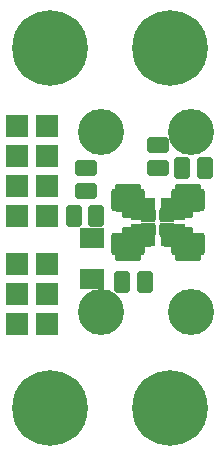
<source format=gbr>
%TF.GenerationSoftware,KiCad,Pcbnew,7.0.7-7.0.7~ubuntu23.04.1*%
%TF.CreationDate,2023-09-17T08:07:36+00:00*%
%TF.ProjectId,CLKGEN02,434c4b47-454e-4303-922e-6b696361645f,rev?*%
%TF.SameCoordinates,Original*%
%TF.FileFunction,Soldermask,Bot*%
%TF.FilePolarity,Negative*%
%FSLAX46Y46*%
G04 Gerber Fmt 4.6, Leading zero omitted, Abs format (unit mm)*
G04 Created by KiCad (PCBNEW 7.0.7-7.0.7~ubuntu23.04.1) date 2023-09-17 08:07:36*
%MOMM*%
%LPD*%
G01*
G04 APERTURE LIST*
G04 Aperture macros list*
%AMRoundRect*
0 Rectangle with rounded corners*
0 $1 Rounding radius*
0 $2 $3 $4 $5 $6 $7 $8 $9 X,Y pos of 4 corners*
0 Add a 4 corners polygon primitive as box body*
4,1,4,$2,$3,$4,$5,$6,$7,$8,$9,$2,$3,0*
0 Add four circle primitives for the rounded corners*
1,1,$1+$1,$2,$3*
1,1,$1+$1,$4,$5*
1,1,$1+$1,$6,$7*
1,1,$1+$1,$8,$9*
0 Add four rect primitives between the rounded corners*
20,1,$1+$1,$2,$3,$4,$5,0*
20,1,$1+$1,$4,$5,$6,$7,0*
20,1,$1+$1,$6,$7,$8,$9,0*
20,1,$1+$1,$8,$9,$2,$3,0*%
G04 Aperture macros list end*
%ADD10RoundRect,0.200000X-0.762000X-0.762000X0.762000X-0.762000X0.762000X0.762000X-0.762000X0.762000X0*%
%ADD11C,6.400000*%
%ADD12C,3.900000*%
%ADD13RoundRect,0.200000X0.762000X-0.762000X0.762000X0.762000X-0.762000X0.762000X-0.762000X-0.762000X0*%
%ADD14RoundRect,0.200000X0.698500X-0.444500X0.698500X0.444500X-0.698500X0.444500X-0.698500X-0.444500X0*%
%ADD15RoundRect,0.200000X-0.444500X-0.698500X0.444500X-0.698500X0.444500X0.698500X-0.444500X0.698500X0*%
%ADD16RoundRect,0.200000X-0.849630X0.650240X-0.849630X-0.650240X0.849630X-0.650240X0.849630X0.650240X0*%
%ADD17RoundRect,0.200000X-0.698500X0.444500X-0.698500X-0.444500X0.698500X-0.444500X0.698500X0.444500X0*%
%ADD18RoundRect,0.200000X0.850000X0.750000X-0.850000X0.750000X-0.850000X-0.750000X0.850000X-0.750000X0*%
%ADD19RoundRect,0.200000X0.900000X1.000000X-0.900000X1.000000X-0.900000X-1.000000X0.900000X-1.000000X0*%
%ADD20RoundRect,0.200000X0.800000X0.675000X-0.800000X0.675000X-0.800000X-0.675000X0.800000X-0.675000X0*%
%ADD21RoundRect,0.200000X0.700000X0.650000X-0.700000X0.650000X-0.700000X-0.650000X0.700000X-0.650000X0*%
%ADD22RoundRect,0.200000X1.200000X0.750000X-1.200000X0.750000X-1.200000X-0.750000X1.200000X-0.750000X0*%
%ADD23RoundRect,0.200000X0.450000X0.400000X-0.450000X0.400000X-0.450000X-0.400000X0.450000X-0.400000X0*%
G04 APERTURE END LIST*
D10*
%TO.C,J1*%
X2286000Y17272000D03*
X4826000Y17272000D03*
X2286000Y14732000D03*
X4826000Y14732000D03*
X2286000Y12192000D03*
X4826000Y12192000D03*
%TD*%
%TO.C,J3*%
X2286000Y28956000D03*
X4826000Y28956000D03*
X2286000Y26416000D03*
X4826000Y26416000D03*
X2286000Y23876000D03*
X4826000Y23876000D03*
%TD*%
D11*
%TO.C,M1*%
X5080000Y5080000D03*
%TD*%
%TO.C,M2*%
X5080000Y35560000D03*
%TD*%
%TO.C,M3*%
X15240000Y5080000D03*
%TD*%
%TO.C,M4*%
X15240000Y35560000D03*
%TD*%
D12*
%TO.C,X9*%
X17018000Y13208000D03*
X17018000Y28448000D03*
X9398000Y28448000D03*
X9398000Y13208000D03*
%TD*%
D13*
%TO.C,J2*%
X2286000Y21336000D03*
X4826000Y21336000D03*
%TD*%
D14*
%TO.C,C1*%
X14224000Y25463500D03*
X14224000Y27368500D03*
%TD*%
D15*
%TO.C,C2*%
X16319500Y25400000D03*
X18224500Y25400000D03*
%TD*%
%TO.C,C3*%
X11239500Y15748000D03*
X13144500Y15748000D03*
%TD*%
D16*
%TO.C,D1*%
X8636000Y16029940D03*
X8636000Y19530060D03*
%TD*%
D17*
%TO.C,R1*%
X8128000Y25400000D03*
X8128000Y23495000D03*
%TD*%
D15*
%TO.C,R2*%
X7112000Y21336000D03*
X9017000Y21336000D03*
%TD*%
D18*
%TO.C,X1*%
X15494000Y19728000D03*
X12954000Y19728000D03*
X12954000Y21928000D03*
X15494000Y21928000D03*
%TD*%
D19*
%TO.C,X2*%
X16764000Y18728000D03*
X11684000Y18728000D03*
X11684000Y22928000D03*
X16764000Y22928000D03*
%TD*%
D20*
%TO.C,X3*%
X15674000Y19578000D03*
X12774000Y19578000D03*
X12774000Y22078000D03*
X15674000Y22078000D03*
%TD*%
D21*
%TO.C,X4*%
X15524000Y19828000D03*
X12924000Y19828000D03*
X12924000Y21828000D03*
X15524000Y21828000D03*
%TD*%
D20*
%TO.C,X6*%
X16224000Y19578000D03*
X12224000Y19578000D03*
X12224000Y22078000D03*
X16224000Y22078000D03*
%TD*%
D22*
%TO.C,X7*%
X16764000Y18978000D03*
X11684000Y18978000D03*
X11684000Y22678000D03*
X16764000Y22678000D03*
%TD*%
D23*
%TO.C,X8*%
X15049000Y20203000D03*
X13399000Y20203000D03*
X13399000Y21453000D03*
X15049000Y21453000D03*
%TD*%
M02*

</source>
